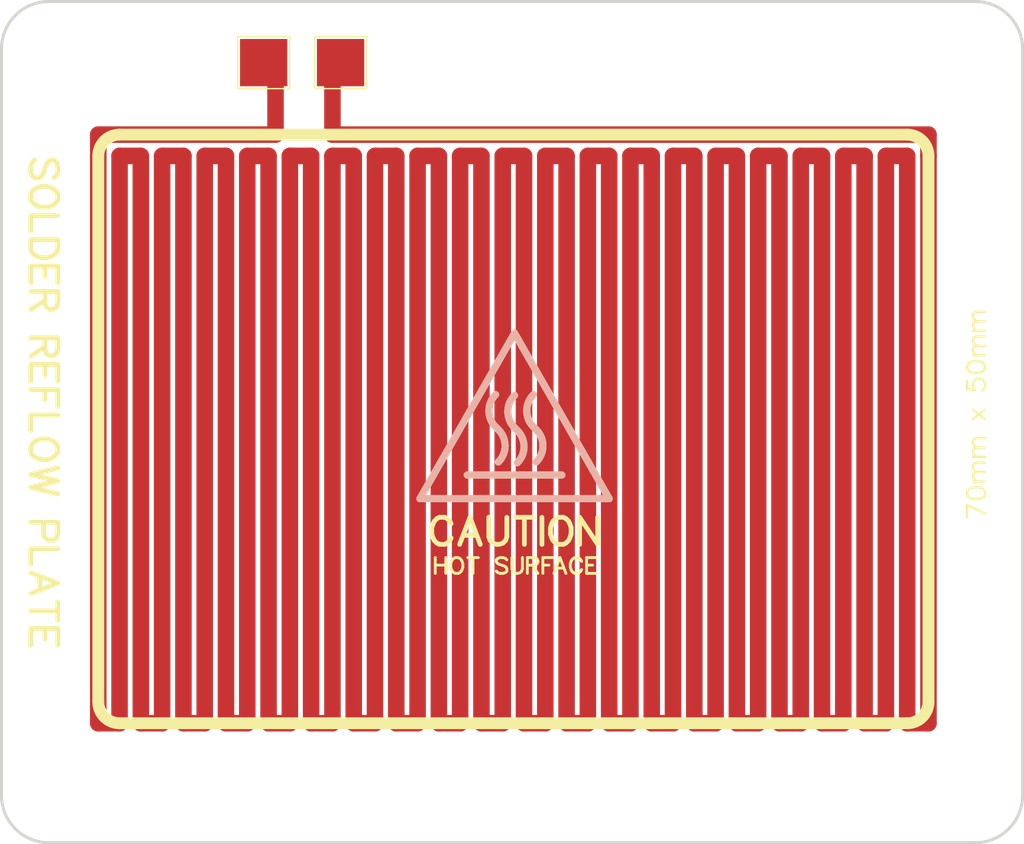
<source format=kicad_pcb>
(kicad_pcb (version 20211014) (generator pcbnew)
  (layers (0 "F.Cu" signal) (31 "B.Cu" signal) (34 "B.Paste" user) (35 "F.Paste" user) (36 "B.SilkS" user "B.Silkscreen") (37 "F.SilkS" user "F.Silkscreen") (38 "B.Mask" user) (39 "F.Mask" user) (44 "Edge.Cuts" user))
  (net 0 "")
  (footprint "MountingHole:MountingHole_3.2mm_M3" (layer "F.Cu") (at 124 53)
    (fp_text reference "REF**" hide)
    (fp_text value "MountingHole_3.2mm_M3")
    (pad "" np_thru_hole circle (at 0 0) (size 3.2 3.2) (drill 3.2) (layers *.Cu *.Mask))
  )
  (footprint "TestPoint:TestPoint_Pad_4.0x4.0mm" (layer "F.Cu") (at 72 52.5)
    (fp_text reference "REF**" hide)
    (fp_text value "TestPoint_Pad_4.0x4.0mm")
    (fp_line (start -2.2 2.2) (end -2.2 -2.2) (layer "F.SilkS") (width 0.12))
    (fp_line (start 2.2 -2.2) (end 2.2 2.2) (layer "F.SilkS") (width 0.12))
    (fp_line (start 2.2 2.2) (end -2.2 2.2) (layer "F.SilkS") (width 0.12))
    (fp_line (start -2.2 -2.2) (end 2.2 -2.2) (layer "F.SilkS") (width 0.12))
    (pad "1" smd rect (at 0 0) (size 4 4) (layers "F.Cu" "F.Mask"))
  )
  (footprint "TestPoint:TestPoint_Pad_4.0x4.0mm" (layer "F.Cu") (at 65.5 52.5)
    (fp_text reference "REF**" hide)
    (fp_text value "TestPoint_Pad_4.0x4.0mm")
    (fp_line (start 2.2 -2.2) (end 2.2 2.2) (layer "F.SilkS") (width 0.12))
    (fp_line (start -2.2 2.2) (end -2.2 -2.2) (layer "F.SilkS") (width 0.12))
    (fp_line (start 2.2 2.2) (end -2.2 2.2) (layer "F.SilkS") (width 0.12))
    (fp_line (start -2.2 -2.2) (end 2.2 -2.2) (layer "F.SilkS") (width 0.12))
    (pad "1" smd rect (at 0 0) (size 4 4) (layers "F.Cu" "F.Mask"))
  )
  (footprint "MountingHole:MountingHole_3.2mm_M3" (layer "F.Cu") (at 49 113)
    (fp_text reference "REF**" hide)
    (fp_text value "MountingHole_3.2mm_M3")
    (pad "" np_thru_hole circle (at 0 0) (size 3.2 3.2) (drill 3.2) (layers *.Cu *.Mask))
  )
  (footprint "MountingHole:MountingHole_3.2mm_M3" (layer "F.Cu") (at 124 113)
    (fp_text reference "REF**" hide)
    (fp_text value "MountingHole_3.2mm_M3")
    (pad "" np_thru_hole circle (at 0 0) (size 3.2 3.2) (drill 3.2) (layers *.Cu *.Mask))
  )
  (footprint "MountingHole:MountingHole_3.2mm_M3" (layer "F.Cu") (at 49 53)
    (fp_text reference "REF**" hide)
    (fp_text value "MountingHole_3.2mm_M3")
    (pad "" np_thru_hole circle (at 0 0) (size 3.2 3.2) (drill 3.2) (layers *.Cu *.Mask))
  )
  (gr_line (start 78.70999 89.38995) (end 94.71001 89.38995) (layer "B.SilkS") (width 0.6))
  (gr_arc (start 86.14437 82.02428) (mid 86.291387 81.285177) (end 86.710055 80.658595) (layer "B.SilkS") (width 0.6))
  (gr_arc (start 85.91006 84.92132) (mid 85.763041 85.660426) (end 85.34437 86.28701) (layer "B.SilkS") (width 0.6))
  (gr_arc (start 87.74432 81.95567) (mid 87.891336 81.216571) (end 88.310002 80.589992) (layer "B.SilkS") (width 0.6))
  (gr_arc (start 87.5101 84.98993) (mid 87.363084 85.729029) (end 86.944418 86.355608) (layer "B.SilkS") (width 0.6))
  (gr_arc (start 85.34437 83.55564) (mid 85.763037 84.182219) (end 85.910053 84.92132) (layer "B.SilkS") (width 0.6))
  (gr_line (start 86.71 75.39) (end 94.71001 89.38995) (layer "B.SilkS") (width 0.6))
  (gr_arc (start 84.54432 81.95567) (mid 84.691337 81.216567) (end 85.110005 80.589985) (layer "B.SilkS") (width 0.6))
  (gr_arc (start 88.54437 83.55564) (mid 88.963035 84.18222) (end 89.11005 84.92132) (layer "B.SilkS") (width 0.6))
  (gr_arc (start 85.11001 83.32135) (mid 84.691343 82.694771) (end 84.544327 81.95567) (layer "B.SilkS") (width 0.6))
  (gr_line (start 85.10998 83.32136) (end 85.34439 83.55565) (layer "B.SilkS") (width 0.6))
  (gr_arc (start 89.11005 84.92132) (mid 88.963033 85.660423) (end 88.544365 86.287005) (layer "B.SilkS") (width 0.6))
  (gr_arc (start 86.71005 83.38996) (mid 86.291385 82.76338) (end 86.14437 82.02428) (layer "B.SilkS") (width 0.6))
  (gr_arc (start 86.94442 83.62425) (mid 87.363087 84.250829) (end 87.510103 84.98993) (layer "B.SilkS") (width 0.6))
  (gr_line (start 88.30992 83.32136) (end 88.54431 83.55565) (layer "B.SilkS") (width 0.6))
  (gr_line (start 86.71 83.39001) (end 86.94441 83.62423) (layer "B.SilkS") (width 0.6))
  (gr_line (start 78.70999 89.38995) (end 86.71 75.39) (layer "B.SilkS") (width 0.6))
  (gr_arc (start 88.31 83.32135) (mid 87.891333 82.694771) (end 87.744317 81.95567) (layer "B.SilkS") (width 0.6))
  (gr_line (start 82.71001 87.38995) (end 90.71002 87.38995) (layer "B.SilkS") (width 0.6))
  (gr_line (start 125.48146 86.5632) (end 125.55512 86.41588) (layer "F.SilkS") (width 0.2))
  (gr_line (start 87.79428 94.37822) (end 87.79428 95.71426) (layer "F.SilkS") (width 0.24))
  (gr_line (start 92.80394 94.37822) (end 92.80394 95.71426) (layer "F.SilkS") (width 0.24))
  (gr_line (start 48.08971 61.71347) (end 48.08971 61.27659) (layer "F.SilkS") (width 0.4))
  (gr_line (start 125.55512 84.84616) (end 125.48146 84.70138) (layer "F.SilkS") (width 0.2))
  (gr_line (start 48.08971 100.37481) (end 45.79863 100.37481) (layer "F.SilkS") (width 0.4))
  (gr_line (start 46.34473 68.89151) (end 46.12629 68.78229) (layer "F.SilkS") (width 0.4))
  (gr_line (start 124.97346 78.18374) (end 124.97346 78.32852) (layer "F.SilkS") (width 0.2))
  (gr_line (start 89.10492 94.37822) (end 89.93296 94.37822) (layer "F.SilkS") (width 0.24))
  (gr_line (start 48.08971 98.89145) (end 45.79863 98.89145) (layer "F.SilkS") (width 0.4))
  (gr_line (start 125.77356 74.38898) (end 126.5 74.38898) (layer "F.SilkS") (width 0.2))
  (gr_line (start 85.935 95.65076) (end 85.7445 95.71426) (layer "F.SilkS") (width 0.24))
  (gr_line (start 125.55512 87.21598) (end 125.77356 87.14486) (layer "F.SilkS") (width 0.2))
  (gr_line (start 48.08971 71.85823) (end 48.08971 72.84121) (layer "F.SilkS") (width 0.4))
  (gr_line (start 47.21595 73.27555) (end 47.10673 73.16633) (layer "F.SilkS") (width 0.4))
  (gr_line (start 80.36541 90.96959) (end 80.14697 91.07881) (layer "F.SilkS") (width 0.4))
  (gr_arc (start 85.91159 84.92291) (mid 85.764572 85.662017) (end 85.3459 86.2886) (layer "F.SilkS") (width 0.6))
  (gr_line (start 81.57186 94.44172) (end 81.44486 94.56872) (layer "F.SilkS") (width 0.24))
  (gr_line (start 47.21595 60.94893) (end 47.10673 61.16737) (layer "F.SilkS") (width 0.4))
  (gr_line (start 48.08971 91.38575) (end 45.79863 91.38575) (layer "F.SilkS") (width 0.4))
  (gr_line (start 92.80394 95.71426) (end 93.62944 95.71426) (layer "F.SilkS") (width 0.24))
  (gr_line (start 81.95286 94.37822) (end 81.69886 94.37822) (layer "F.SilkS") (width 0.24))
  (gr_line (start 90.55016 94.37822) (end 90.03962 95.71426) (layer "F.SilkS") (width 0.24))
  (gr_line (start 48.08971 69.71955) (end 45.79863 69.71955) (layer "F.SilkS") (width 0.4))
  (gr_line (start 48.08971 87.89579) (end 45.79863 88.43935) (layer "F.SilkS") (width 0.4))
  (gr_line (start 85.3 95.65076) (end 85.173 95.52376) (layer "F.SilkS") (width 0.24))
  (gr_line (start 126.5 88.85936) (end 126.42634 88.64346) (layer "F.SilkS") (width 0.2))
  (gr_line (start 125.77356 77.2668) (end 125.55512 77.0509) (layer "F.SilkS") (width 0.2))
  (gr_line (start 89.74817 92.38691) (end 89.85739 92.71457) (layer "F.SilkS") (width 0.4))
  (gr_line (start 48.08971 78.03297) (end 48.08971 79.45029) (layer "F.SilkS") (width 0.4))
  (gr_line (start 91.6838 94.44172) (end 91.55426 94.56872) (layer "F.SilkS") (width 0.24))
  (gr_line (start 125.6999 79.31912) (end 125.91834 79.24546) (layer "F.SilkS") (width 0.2))
  (gr_line (start 88.62232 94.50522) (end 88.68582 94.63222) (layer "F.SilkS") (width 0.24))
  (gr_line (start 92.1918 94.44172) (end 92.0648 94.37822) (layer "F.SilkS") (width 0.24))
  (gr_line (start 80.36541 93.26067) (end 80.80229 93.26067) (layer "F.SilkS") (width 0.4))
  (gr_line (start 125.48146 76.68514) (end 125.55512 76.54036) (layer "F.SilkS") (width 0.2))
  (gr_line (start 46.34473 64.61415) (end 46.66985 64.72337) (layer "F.SilkS") (width 0.4))
  (gr_line (start 48.08971 69.71955) (end 48.08971 71.13941) (layer "F.SilkS") (width 0.4))
  (gr_line (start 81.02073 91.07881) (end 80.80229 90.96959) (layer "F.SilkS") (width 0.4))
  (gr_line (start 47.98049 84.77413) (end 47.76205 84.55569) (layer "F.SilkS") (width 0.4))
  (gr_line (start 45.90785 62.04113) (end 45.79863 61.71347) (layer "F.SilkS") (width 0.4))
  (gr_line (start 125.77356 73.58888) (end 126.5 73.58888) (layer "F.SilkS") (width 0.2))
  (gr_line (start 48.08971 96.53433) (end 45.79863 95.66311) (layer "F.SilkS") (width 0.4))
  (gr_line (start 47.21595 62.97839) (end 46.66985 62.97839) (layer "F.SilkS") (width 0.4))
  (gr_line (start 79.71263 91.84335) (end 79.71263 92.38691) (layer "F.SilkS") (width 0.4))
  (gr_line (start 46.66985 64.72337) (end 47.21595 64.72337) (layer "F.SilkS") (width 0.4))
  (gr_line (start 124.97346 89.00668) (end 125.04458 89.22512) (layer "F.SilkS") (width 0.2))
  (gr_line (start 89.10492 95.01576) (end 89.61546 95.01576) (layer "F.SilkS") (width 0.24))
  (gr_line (start 125.48146 79.68234) (end 125.55512 79.4639) (layer "F.SilkS") (width 0.2))
  (gr_line (start 85.4905 95.71426) (end 85.3 95.65076) (layer "F.SilkS") (width 0.24))
  (gr_line (start 125.62624 89.44356) (end 125.84468 89.44356) (layer "F.SilkS") (width 0.2))
  (gr_line (start 125.55512 84.33816) (end 125.77356 84.2645) (layer "F.SilkS") (width 0.2))
  (gr_line (start 92.21451 90.96959) (end 92.21451 93.26067) (layer "F.SilkS") (width 0.4))
  (gr_line (start 48.08971 75.78507) (end 48.08971 76.76805) (layer "F.SilkS") (width 0.4))
  (gr_line (start 125.84468 78.7654) (end 126.2079 78.69428) (layer "F.SilkS") (width 0.2))
  (gr_line (start 125.48146 77.2668) (end 126.5 77.2668) (layer "F.SilkS") (width 0.2))
  (gr_line (start 45.79863 85.42945) (end 45.90785 85.64789) (layer "F.SilkS") (width 0.4))
  (gr_line (start 82.71154 87.39154) (end 90.71155 87.39154) (layer "F.SilkS") (width 0.6))
  (gr_line (start 47.21595 64.72337) (end 47.54361 64.61415) (layer "F.SilkS") (width 0.4))
  (gr_line (start 82.39487 92.49613) (end 83.48707 92.49613) (layer "F.SilkS") (width 0.4))
  (gr_line (start 125.48146 86.78164) (end 125.48146 86.5632) (layer "F.SilkS") (width 0.2))
  (gr_line (start 46.12629 68.78229) (end 45.90785 68.56385) (layer "F.SilkS") (width 0.4))
  (gr_line (start 125.48146 82.6643) (end 126.5 81.8642) (layer "F.SilkS") (width 0.2))
  (gr_line (start 125.62624 78.7654) (end 125.84468 78.7654) (layer "F.SilkS") (width 0.2))
  (gr_line (start 92.0648 94.37822) (end 91.8108 94.37822) (layer "F.SilkS") (width 0.24))
  (gr_line (start 48.08971 67.47165) (end 45.79863 67.47165) (layer "F.SilkS") (width 0.4))
  (gr_line (start 46.66985 86.08477) (end 47.21595 86.08477) (layer "F.SilkS") (width 0.4))
  (gr_line (start 48.08971 91.38575) (end 48.08971 92.36619) (layer "F.SilkS") (width 0.4))
  (gr_line (start 47.98049 85.64789) (end 48.08971 85.42945) (layer "F.SilkS") (width 0.4))
  (gr_line (start 85.173 94.69826) (end 85.2365 94.82526) (layer "F.SilkS") (width 0.24))
  (gr_line (start 119.91161 58.5915) (end 53.31159 58.5915) (layer "F.SilkS") (width 1))
  (gr_line (start 46.99751 69.71955) (end 46.99751 70.59331) (layer "F.SilkS") (width 0.4))
  (gr_line (start 125.77356 87.94496) (end 125.55512 87.72652) (layer "F.SilkS") (width 0.2))
  (gr_line (start 46.34473 63.08761) (end 46.12629 63.19683) (layer "F.SilkS") (width 0.4))
  (gr_line (start 45.79863 93.63365) (end 45.79863 94.94175) (layer "F.SilkS") (width 0.4))
  (gr_line (start 125.55512 85.13572) (end 125.77356 85.0646) (layer "F.SilkS") (width 0.2))
  (gr_line (start 81.31786 95.20626) (end 81.38136 95.39676) (layer "F.SilkS") (width 0.24))
  (gr_line (start 46.88829 92.36619) (end 46.88829 91.38575) (layer "F.SilkS") (width 0.4))
  (gr_line (start 93.74105 90.96959) (end 93.74105 93.26067) (layer "F.SilkS") (width 0.4))
  (gr_arc (start 85.11154 83.32294) (mid 84.692873 82.696361) (end 84.545857 81.95726) (layer "F.SilkS") (width 0.6))
  (gr_line (start 88.68582 94.76176) (end 88.62232 94.88876) (layer "F.SilkS") (width 0.24))
  (gr_line (start 125.26302 88.49614) (end 125.04458 88.64346) (layer "F.SilkS") (width 0.2))
  (gr_line (start 79.92853 92.93301) (end 80.14697 93.15145) (layer "F.SilkS") (width 0.4))
  (gr_line (start 85.7445 94.37822) (end 85.4905 94.37822) (layer "F.SilkS") (width 0.24))
  (gr_line (start 46.99751 72.84121) (end 46.99751 71.85823) (layer "F.SilkS") (width 0.4))
  (gr_line (start 86.48364 95.33326) (end 86.54714 95.52376) (layer "F.SilkS") (width 0.24))
  (gr_line (start 46.99751 80.17165) (end 46.99751 81.04287) (layer "F.SilkS") (width 0.4))
  (gr_line (start 125.55512 77.0509) (end 125.48146 76.90358) (layer "F.SilkS") (width 0.2))
  (gr_line (start 47.76205 68.78229) (end 47.54361 68.89151) (layer "F.SilkS") (width 0.4))
  (gr_line (start 48.08971 87.89579) (end 45.79863 87.34969) (layer "F.SilkS") (width 0.4))
  (gr_line (start 86.54714 95.52376) (end 86.67414 95.65076) (layer "F.SilkS") (width 0.24))
  (gr_line (start 47.87127 77.20493) (end 47.65283 77.31415) (layer "F.SilkS") (width 0.4))
  (gr_line (start 125.77356 84.2645) (end 126.5 84.2645) (layer "F.SilkS") (width 0.2))
  (gr_line (start 125.84468 89.44356) (end 126.2079 89.3699) (layer "F.SilkS") (width 0.2))
  (gr_line (start 91.05627 91.07881) (end 90.83783 90.96959) (layer "F.SilkS") (width 0.4))
  (gr_line (start 81.31786 94.88876) (end 81.31786 95.20626) (layer "F.SilkS") (width 0.24))
  (gr_line (start 79.71263 92.38691) (end 79.82185 92.71457) (layer "F.SilkS") (width 0.4))
  (gr_line (start 125.48146 81.8642) (end 126.5 82.6643) (layer "F.SilkS") (width 0.2))
  (gr_line (start 87.54345 90.96959) (end 87.54345 93.26067) (layer "F.SilkS") (width 0.4))
  (gr_line (start 47.76205 85.86633) (end 47.98049 85.64789) (layer "F.SilkS") (width 0.4))
  (gr_line (start 126.06312 79.24546) (end 126.28156 79.31912) (layer "F.SilkS") (width 0.2))
  (gr_line (start 126.5 78.18374) (end 126.42634 77.9653) (layer "F.SilkS") (width 0.2))
  (gr_line (start 87.31168 95.52376) (end 87.37518 95.33326) (layer "F.SilkS") (width 0.24))
  (gr_line (start 47.98049 77.09571) (end 47.87127 77.20493) (layer "F.SilkS") (width 0.4))
  (gr_line (start 125.04458 89.22512) (end 125.26302 89.3699) (layer "F.SilkS") (width 0.2))
  (gr_line (start 82.7555 94.37822) (end 83.64704 94.37822) (layer "F.SilkS") (width 0.24))
  (gr_line (start 91.49315 92.38691) (end 91.49315 91.84335) (layer "F.SilkS") (width 0.4))
  (gr_line (start 125.55512 80.11922) (end 125.48146 79.90078) (layer "F.SilkS") (width 0.2))
  (gr_arc (start 53.31157 108.39155) (mid 52.038778 107.864342) (end 51.51157 106.59155) (layer "F.SilkS") (width 1))
  (gr_line (start 48.08971 96.53433) (end 45.79863 97.40809) (layer "F.SilkS") (width 0.4))
  (gr_line (start 81.23917 92.93301) (end 81.34839 92.71457) (layer "F.SilkS") (width 0.4))
  (gr_line (start 48.08971 71.85823) (end 45.79863 71.85823) (layer "F.SilkS") (width 0.4))
  (gr_line (start 126.42634 79.4639) (end 126.5 79.68234) (layer "F.SilkS") (width 0.2))
  (gr_line (start 90.40349 93.26067) (end 90.83783 93.26067) (layer "F.SilkS") (width 0.4))
  (gr_arc (start 87.51163 84.99152) (mid 87.364614 85.730619) (end 86.945948 86.357198) (layer "F.SilkS") (width 0.6))
  (gr_line (start 85.2365 94.82526) (end 85.3 94.88876) (layer "F.SilkS") (width 0.24))
  (gr_line (start 91.49076 94.69826) (end 91.42726 94.88876) (layer "F.SilkS") (width 0.24))
  (gr_line (start 125.77356 74.38898) (end 125.55512 74.17054) (layer "F.SilkS") (width 0.2))
  (gr_line (start 125.77356 87.14486) (end 126.5 87.14486) (layer "F.SilkS") (width 0.2))
  (gr_line (start 85.427 94.95226) (end 85.808 95.07926) (layer "F.SilkS") (width 0.24))
  (gr_line (start 81.38136 95.39676) (end 81.44486 95.52376) (layer "F.SilkS") (width 0.24))
  (gr_line (start 81.69886 94.37822) (end 81.57186 94.44172) (layer "F.SilkS") (width 0.24))
  (gr_line (start 92.0648 95.71426) (end 92.1918 95.65076) (layer "F.SilkS") (width 0.24))
  (gr_line (start 83.2 94.37822) (end 83.2 95.71426) (layer "F.SilkS") (width 0.24))
  (gr_line (start 47.98049 62.04113) (end 48.08971 61.71347) (layer "F.SilkS") (width 0.4))
  (gr_line (start 91.27471 92.93301) (end 91.38393 92.71457) (layer "F.SilkS") (width 0.4))
  (gr_line (start 125.55512 74.4601) (end 125.77356 74.38898) (layer "F.SilkS") (width 0.2))
  (gr_line (start 46.66985 62.97839) (end 46.34473 63.08761) (layer "F.SilkS") (width 0.4))
  (gr_line (start 89.10492 94.37822) (end 89.10492 95.71426) (layer "F.SilkS") (width 0.24))
  (gr_line (start 121.71158 106.59156) (end 121.71158 60.39152) (layer "F.SilkS") (width 1))
  (gr_line (start 85.935 94.44172) (end 85.7445 94.37822) (layer "F.SilkS") (width 0.24))
  (gr_line (start 125.48146 87.58174) (end 125.48146 87.3633) (layer "F.SilkS") (width 0.2))
  (gr_line (start 82.3364 94.88876) (end 82.27036 94.69826) (layer "F.SilkS") (width 0.24))
  (gr_line (start 89.85739 92.71457) (end 89.96661 92.93301) (layer "F.SilkS") (width 0.4))
  (gr_arc (start 119.91162 58.59152) (mid 121.184412 59.118728) (end 121.71162 60.39152) (layer "F.SilkS") (width 1))
  (gr_line (start 82.20686 95.52376) (end 82.27036 95.39676) (layer "F.SilkS") (width 0.24))
  (gr_line (start 46.99751 100.37481) (end 46.99751 101.24857) (layer "F.SilkS") (width 0.4))
  (gr_line (start 48.08971 65.44473) (end 45.79863 65.44473) (layer "F.SilkS") (width 0.4))
  (gr_line (start 85.935 95.14276) (end 85.9985 95.20626) (layer "F.SilkS") (width 0.24))
  (gr_line (start 90.23012 95.26976) (end 90.86766 95.26976) (layer "F.SilkS") (width 0.24))
  (gr_arc (start 84.54585 81.95726) (mid 84.692867 81.218157) (end 85.111535 80.591575) (layer "F.SilkS") (width 0.6))
  (gr_line (start 91.6838 95.65076) (end 91.8108 95.71426) (layer "F.SilkS") (width 0.24))
  (gr_line (start 48.08971 80.17165) (end 48.08971 81.58897) (layer "F.SilkS") (width 0.4))
  (gr_line (start 45.79863 63.63371) (end 45.79863 64.06805) (layer "F.SilkS") (width 0.4))
  (gr_line (start 45.79863 65.44473) (end 45.79863 66.75283) (layer "F.SilkS") (width 0.4))
  (gr_line (start 86.06009 92.60535) (end 86.06009 90.96959) (layer "F.SilkS") (width 0.4))
  (gr_line (start 48.08971 85.42945) (end 48.08971 84.99257) (layer "F.SilkS") (width 0.4))
  (gr_line (start 125.48146 74.02322) (end 125.48146 73.80732) (layer "F.SilkS") (width 0.2))
  (gr_line (start 125.48146 85.28304) (end 125.55512 85.13572) (layer "F.SilkS") (width 0.2))
  (gr_line (start 47.87127 73.27555) (end 47.65283 73.38477) (layer "F.SilkS") (width 0.4))
  (gr_line (start 85.40731 93.26067) (end 85.73243 93.15145) (layer "F.SilkS") (width 0.4))
  (gr_line (start 86.48364 94.37822) (end 86.48364 95.33326) (layer "F.SilkS") (width 0.24))
  (gr_line (start 125.26302 77.82052) (end 125.04458 77.9653) (layer "F.SilkS") (width 0.2))
  (gr_line (start 125.55512 85.64626) (end 125.48146 85.50148) (layer "F.SilkS") (width 0.2))
  (gr_line (start 125.62624 88.42502) (end 125.26302 88.49614) (layer "F.SilkS") (width 0.2))
  (gr_line (start 48.08971 76.76805) (end 47.98049 77.09571) (layer "F.SilkS") (width 0.4))
  (gr_line (start 124.97346 80.11922) (end 125.62624 80.19034) (layer "F.SilkS") (width 0.2))
  (gr_line (start 47.10673 77.09571) (end 46.99751 76.76805) (layer "F.SilkS") (width 0.4))
  (gr_line (start 46.66985 62.15035) (end 46.45395 62.25957) (layer "F.SilkS") (width 0.4))
  (gr_line (start 125.48146 87.94496) (end 126.5 87.94496) (layer "F.SilkS") (width 0.2))
  (gr_line (start 91.38393 91.51569) (end 91.27471 91.29725) (layer "F.SilkS") (width 0.4))
  (gr_line (start 88.55882 94.44172) (end 88.62232 94.50522) (layer "F.SilkS") (width 0.24))
  (gr_line (start 47.54361 68.89151) (end 47.21595 69.00073) (layer "F.SilkS") (width 0.4))
  (gr_line (start 47.98049 73.16633) (end 47.87127 73.27555) (layer "F.SilkS") (width 0.4))
  (gr_line (start 45.79863 78.03297) (end 45.79863 79.45029) (layer "F.SilkS") (width 0.4))
  (gr_line (start 79.82185 92.71457) (end 79.92853 92.93301) (layer "F.SilkS") (width 0.4))
  (gr_line (start 125.48146 76.10348) (end 125.48146 75.88504) (layer "F.SilkS") (width 0.2))
  (gr_line (start 88.36578 94.37822) (end 88.55882 94.44172) (layer "F.SilkS") (width 0.24))
  (gr_line (start 92.3188 95.52376) (end 92.3823 95.39676) (layer "F.SilkS") (width 0.24))
  (gr_line (start 87.79428 94.37822) (end 88.36578 94.37822) (layer "F.SilkS") (width 0.24))
  (gr_line (start 90.40349 90.96959) (end 90.18505 91.07881) (layer "F.SilkS") (width 0.4))
  (gr_line (start 86.67414 95.65076) (end 86.86464 95.71426) (layer "F.SilkS") (width 0.24))
  (gr_line (start 125.48146 84.48294) (end 125.55512 84.33816) (layer "F.SilkS") (width 0.2))
  (gr_line (start 46.12629 63.19683) (end 45.90785 63.41527) (layer "F.SilkS") (width 0.4))
  (gr_line (start 48.08971 67.47165) (end 48.08971 68.23619) (layer "F.SilkS") (width 0.4))
  (gr_line (start 125.48146 75.18908) (end 126.5 75.18908) (layer "F.SilkS") (width 0.2))
  (gr_line (start 84.53355 92.60535) (end 84.64277 92.93301) (layer "F.SilkS") (width 0.4))
  (gr_line (start 45.90785 64.28649) (end 46.12629 64.50493) (layer "F.SilkS") (width 0.4))
  (gr_line (start 47.54361 85.97555) (end 47.76205 85.86633) (layer "F.SilkS") (width 0.4))
  (gr_line (start 125.55512 74.97064) (end 125.48146 74.82332) (layer "F.SilkS") (width 0.2))
  (gr_line (start 88.62232 94.88876) (end 88.55882 94.95226) (layer "F.SilkS") (width 0.24))
  (gr_line (start 89.74817 91.84335) (end 89.74817 92.38691) (layer "F.SilkS") (width 0.4))
  (gr_line (start 47.54361 60.73049) (end 47.32517 60.83971) (layer "F.SilkS") (width 0.4))
  (gr_line (start 86.06454 94.56872) (end 85.935 94.44172) (layer "F.SilkS") (width 0.24))
  (gr_line (start 89.85739 91.51569) (end 89.74817 91.84335) (layer "F.SilkS") (width 0.4))
  (gr_line (start 91.27471 91.29725) (end 91.05627 91.07881) (layer "F.SilkS") (width 0.4))
  (gr_line (start 86.06454 95.52376) (end 85.935 95.65076) (layer "F.SilkS") (width 0.24))
  (gr_line (start 125.48146 74.60488) (end 125.55512 74.4601) (layer "F.SilkS") (width 0.2))
  (gr_line (start 124.97346 79.39278) (end 124.97346 80.11922) (layer "F.SilkS") (width 0.2))
  (gr_line (start 46.12629 62.25957) (end 45.90785 62.04113) (layer "F.SilkS") (width 0.4))
  (gr_line (start 90.83783 93.26067) (end 91.05627 93.15145) (layer "F.SilkS") (width 0.4))
  (gr_line (start 81.44486 95.52376) (end 81.57186 95.65076) (layer "F.SilkS") (width 0.24))
  (gr_line (start 45.90785 60.94893) (end 46.12629 60.73049) (layer "F.SilkS") (width 0.4))
  (gr_line (start 84.53355 90.96959) (end 84.53355 92.60535) (layer "F.SilkS") (width 0.4))
  (gr_line (start 86.06454 95.33326) (end 86.06454 95.52376) (layer "F.SilkS") (width 0.24))
  (gr_line (start 45.79863 84.99257) (end 45.79863 85.42945) (layer "F.SilkS") (width 0.4))
  (gr_line (start 124.97346 90.93962) (end 124.97346 89.92362) (layer "F.SilkS") (width 0.2))
  (gr_line (start 48.08971 100.37481) (end 48.08971 101.79213) (layer "F.SilkS") (width 0.4))
  (gr_line (start 125.55512 87.72652) (end 125.48146 87.58174) (layer "F.SilkS") (width 0.2))
  (gr_line (start 47.98049 64.28649) (end 48.08971 64.06805) (layer "F.SilkS") (width 0.4))
  (gr_line (start 125.55512 79.4639) (end 125.6999 79.31912) (layer "F.SilkS") (width 0.2))
  (gr_line (start 47.98049 60.94893) (end 47.76205 60.73049) (layer "F.SilkS") (width 0.4))
  (gr_arc (start 86.94595 83.62584) (mid 87.364617 84.252419) (end 87.511633 84.99152) (layer "F.SilkS") (width 0.6))
  (gr_line (start 126.28156 79.31912) (end 126.42634 79.4639) (layer "F.SilkS") (width 0.2))
  (gr_line (start 81.95286 95.71426) (end 82.07986 95.65076) (layer "F.SilkS") (width 0.24))
  (gr_line (start 45.90785 85.64789) (end 46.12629 85.86633) (layer "F.SilkS") (width 0.4))
  (gr_line (start 125.48146 87.3633) (end 125.55512 87.21598) (layer "F.SilkS") (width 0.2))
  (gr_line (start 46.99751 76.76805) (end 46.99751 75.78507) (layer "F.SilkS") (width 0.4))
  (gr_line (start 48.08971 78.03297) (end 45.79863 78.03297) (layer "F.SilkS") (width 0.4))
  (gr_line (start 126.42634 88.64346) (end 126.2079 88.49614) (layer "F.SilkS") (width 0.2))
  (gr_line (start 47.43439 77.31415) (end 47.21595 77.20493) (layer "F.SilkS") (width 0.4))
  (gr_arc (start 85.3459 83.55723) (mid 85.764567 84.183809) (end 85.911583 84.92291) (layer "F.SilkS") (width 0.6))
  (gr_line (start 47.76205 84.55569) (end 47.54361 84.44647) (layer "F.SilkS") (width 0.4))
  (gr_line (start 81.23917 91.29725) (end 81.02073 91.07881) (layer "F.SilkS") (width 0.4))
  (gr_arc (start 88.31153 83.32294) (mid 87.892863 82.696361) (end 87.745847 81.95726) (layer "F.SilkS") (width 0.6))
  (gr_line (start 47.21595 84.33725) (end 46.66985 84.33725) (layer "F.SilkS") (width 0.4))
  (gr_line (start 80.14697 91.07881) (end 79.92853 91.29725) (layer "F.SilkS") (width 0.4))
  (gr_line (start 125.77356 76.4667) (end 126.5 76.4667) (layer "F.SilkS") (width 0.2))
  (gr_line (start 88.23878 95.01576) (end 88.68582 95.71426) (layer "F.SilkS") (width 0.24))
  (gr_line (start 45.79863 69.71955) (end 45.79863 71.13941) (layer "F.SilkS") (width 0.4))
  (gr_line (start 124.97346 88.85936) (end 124.97346 89.00668) (layer "F.SilkS") (width 0.2))
  (gr_line (start 48.08971 64.06805) (end 48.08971 63.63371) (layer "F.SilkS") (width 0.4))
  (gr_line (start 91.8108 94.37822) (end 91.6838 94.44172) (layer "F.SilkS") (width 0.24))
  (gr_line (start 125.55512 73.66) (end 125.77356 73.58888) (layer "F.SilkS") (width 0.2))
  (gr_line (start 88.31145 83.32295) (end 88.54584 83.55724) (layer "F.SilkS") (width 0.6))
  (gr_line (start 47.10673 73.16633) (end 46.99751 72.84121) (layer "F.SilkS") (width 0.4))
  (gr_line (start 45.79863 100.37481) (end 45.79863 101.79213) (layer "F.SilkS") (width 0.4))
  (gr_line (start 47.76205 60.73049) (end 47.54361 60.73049) (layer "F.SilkS") (width 0.4))
  (gr_line (start 48.08971 93.63365) (end 45.79863 93.63365) (layer "F.SilkS") (width 0.4))
  (gr_line (start 126.5 78.32852) (end 126.5 78.18374) (layer "F.SilkS") (width 0.2))
  (gr_line (start 125.62624 80.19034) (end 125.55512 80.11922) (layer "F.SilkS") (width 0.2))
  (gr_line (start 125.04458 77.9653) (end 124.97346 78.18374) (layer "F.SilkS") (width 0.2))
  (gr_line (start 47.21595 86.08477) (end 47.54361 85.97555) (layer "F.SilkS") (width 0.4))
  (gr_line (start 91.55426 94.56872) (end 91.49076 94.69826) (layer "F.SilkS") (width 0.24))
  (gr_line (start 47.21595 69.00073) (end 46.66985 69.00073) (layer "F.SilkS") (width 0.4))
  (gr_line (start 125.77356 85.0646) (end 126.5 85.0646) (layer "F.SilkS") (width 0.2))
  (gr_line (start 125.91834 79.24546) (end 126.06312 79.24546) (layer "F.SilkS") (width 0.2))
  (gr_line (start 80.00722 94.37822) (end 80.00722 95.71426) (layer "F.SilkS") (width 0.24))
  (gr_arc (start 51.51158 60.39152) (mid 52.038785 59.118735) (end 53.31157 58.59153) (layer "F.SilkS") (width 1))
  (gr_line (start 125.77356 75.66914) (end 126.5 75.66914) (layer "F.SilkS") (width 0.2))
  (gr_line (start 124.97346 89.92362) (end 126.5 90.65006) (layer "F.SilkS") (width 0.2))
  (gr_line (start 46.34473 85.97555) (end 46.66985 86.08477) (layer "F.SilkS") (width 0.4))
  (gr_line (start 85.11151 83.32295) (end 85.34592 83.55724) (layer "F.SilkS") (width 0.6))
  (gr_line (start 126.5 89.00668) (end 126.5 88.85936) (layer "F.SilkS") (width 0.2))
  (gr_line (start 48.08971 98.12691) (end 48.08971 99.65345) (layer "F.SilkS") (width 0.4))
  (gr_line (start 80.89622 94.37822) (end 80.89622 95.71426) (layer "F.SilkS") (width 0.24))
  (gr_arc (start 88.5459 83.55723) (mid 88.964565 84.18381) (end 89.11158 84.92291) (layer "F.SilkS") (width 0.6))
  (gr_line (start 82.94097 90.96959) (end 83.81219 93.26067) (layer "F.SilkS") (width 0.4))
  (gr_line (start 47.10673 61.16737) (end 46.88829 61.82269) (layer "F.SilkS") (width 0.4))
  (gr_line (start 82.07986 94.44172) (end 81.95286 94.37822) (layer "F.SilkS") (width 0.24))
  (gr_line (start 85.808 95.07926) (end 85.935 95.14276) (layer "F.SilkS") (width 0.24))
  (gr_line (start 86.71153 75.39159) (end 94.71154 89.39154) (layer "F.SilkS") (width 0.6))
  (gr_line (start 126.42634 89.22512) (end 126.5 89.00668) (layer "F.SilkS") (width 0.2))
  (gr_line (start 84.64277 92.93301) (end 84.86121 93.15145) (layer "F.SilkS") (width 0.4))
  (gr_line (start 47.21595 77.20493) (end 47.10673 77.09571) (layer "F.SilkS") (width 0.4))
  (gr_line (start 88.36578 95.01576) (end 87.79428 95.01576) (layer "F.SilkS") (width 0.24))
  (gr_line (start 48.08971 72.84121) (end 47.98049 73.16633) (layer "F.SilkS") (width 0.4))
  (gr_line (start 81.57186 95.65076) (end 81.69886 95.71426) (layer "F.SilkS") (width 0.24))
  (gr_line (start 125.77356 86.34476) (end 126.5 86.34476) (layer "F.SilkS") (width 0.2))
  (gr_line (start 45.79863 82.31033) (end 45.79863 83.61843) (layer "F.SilkS") (width 0.4))
  (gr_line (start 91.49076 95.39676) (end 91.55426 95.52376) (layer "F.SilkS") (width 0.24))
  (gr_line (start 47.76205 64.50493) (end 47.98049 64.28649) (layer "F.SilkS") (width 0.4))
  (gr_line (start 82.94097 90.96959) (end 82.06721 93.26067) (layer "F.SilkS") (width 0.4))
  (gr_line (start 87.18214 95.65076) (end 87.31168 95.52376) (layer "F.SilkS") (width 0.24))
  (gr_line (start 125.77356 85.8647) (end 125.55512 85.64626) (layer "F.SilkS") (width 0.2))
  (gr_line (start 125.55512 75.74026) (end 125.77356 75.66914) (layer "F.SilkS") (width 0.2))
  (gr_line (start 91.55426 95.52376) (end 91.6838 95.65076) (layer "F.SilkS") (width 0.24))
  (gr_line (start 80.14697 93.15145) (end 80.36541 93.26067) (layer "F.SilkS") (width 0.4))
  (gr_line (start 82.27036 94.69826) (end 82.20686 94.56872) (layer "F.SilkS") (width 0.24))
  (gr_arc (start 87.74585 81.95726) (mid 87.892866 81.218161) (end 88.311532 80.591582) (layer "F.SilkS") (width 0.6))
  (gr_line (start 47.43439 73.38477) (end 47.21595 73.27555) (layer "F.SilkS") (width 0.4))
  (gr_line (start 125.84468 77.74686) (end 125.62624 77.74686) (layer "F.SilkS") (width 0.2))
  (gr_line (start 47.76205 63.19683) (end 47.54361 63.08761) (layer "F.SilkS") (width 0.4))
  (gr_line (start 125.48146 76.90358) (end 125.48146 76.68514) (layer "F.SilkS") (width 0.2))
  (gr_line (start 81.38136 94.69826) (end 81.31786 94.88876) (layer "F.SilkS") (width 0.24))
  (gr_line (start 125.48146 79.90078) (end 125.48146 79.68234) (layer "F.SilkS") (width 0.2))
  (gr_line (start 47.76205 62.25957) (end 47.98049 62.04113) (layer "F.SilkS") (width 0.4))
  (gr_line (start 46.12629 84.55569) (end 45.90785 84.77413) (layer "F.SilkS") (width 0.4))
  (gr_line (start 80.80229 93.26067) (end 81.02073 93.15145) (layer "F.SilkS") (width 0.4))
  (gr_line (start 81.02073 93.15145) (end 81.23917 92.93301) (layer "F.SilkS") (width 0.4))
  (gr_line (start 46.99751 76.54961) (end 45.79863 77.31415) (layer "F.SilkS") (width 0.4))
  (gr_line (start 45.90785 84.77413) (end 45.79863 84.99257) (layer "F.SilkS") (width 0.4))
  (gr_line (start 85.3 94.44172) (end 85.173 94.56872) (layer "F.SilkS") (width 0.24))
  (gr_line (start 92.1918 95.65076) (end 92.3188 95.52376) (layer "F.SilkS") (width 0.24))
  (gr_line (start 45.90785 68.56385) (end 45.79863 68.23619) (layer "F.SilkS") (width 0.4))
  (gr_arc (start 89.11158 84.92291) (mid 88.964563 85.662013) (end 88.545895 86.288595) (layer "F.SilkS") (width 0.6))
  (gr_line (start 47.32517 60.83971) (end 47.21595 60.94893) (layer "F.SilkS") (width 0.4))
  (gr_line (start 124.97346 78.32852) (end 125.04458 78.54696) (layer "F.SilkS") (width 0.2))
  (gr_line (start 85.95087 92.93301) (end 86.06009 92.60535) (layer "F.SilkS") (width 0.4))
  (gr_line (start 85.7445 95.71426) (end 85.4905 95.71426) (layer "F.SilkS") (width 0.24))
  (gr_line (start 48.08971 88.98545) (end 45.79863 88.43935) (layer "F.SilkS") (width 0.4))
  (gr_line (start 81.34839 91.51569) (end 81.23917 91.29725) (layer "F.SilkS") (width 0.4))
  (gr_line (start 46.88829 61.82269) (end 46.77907 62.04113) (layer "F.SilkS") (width 0.4))
  (gr_line (start 88.55882 94.95226) (end 88.36578 95.01576) (layer "F.SilkS") (width 0.24))
  (gr_line (start 48.08971 68.23619) (end 47.98049 68.56385) (layer "F.SilkS") (width 0.4))
  (gr_line (start 125.04458 88.64346) (end 124.97346 88.85936) (layer "F.SilkS") (width 0.2))
  (gr_line (start 86.71153 83.3916) (end 86.94594 83.62582) (layer "F.SilkS") (width 0.6))
  (gr_line (start 81.69886 95.71426) (end 81.95286 95.71426) (layer "F.SilkS") (width 0.24))
  (gr_line (start 79.92853 91.29725) (end 79.82185 91.51569) (layer "F.SilkS") (width 0.4))
  (gr_line (start 92.3188 94.56872) (end 92.1918 94.44172) (layer "F.SilkS") (width 0.24))
  (gr_line (start 82.07986 95.65076) (end 82.20686 95.52376) (layer "F.SilkS") (width 0.24))
  (gr_line (start 46.45395 62.25957) (end 46.12629 62.25957) (layer "F.SilkS") (width 0.4))
  (gr_line (start 125.48146 85.50148) (end 125.48146 85.28304) (layer "F.SilkS") (width 0.2))
  (gr_line (start 125.48146 75.88504) (end 125.55512 75.74026) (layer "F.SilkS") (width 0.2))
  (gr_line (start 126.5 79.90078) (end 126.42634 80.11922) (layer "F.SilkS") (width 0.2))
  (gr_line (start 86.78145 90.96959) (end 88.30799 90.96959) (layer "F.SilkS") (width 0.4))
  (gr_line (start 45.79863 64.06805) (end 45.90785 64.28649) (layer "F.SilkS") (width 0.4))
  (gr_line (start 125.77356 85.0646) (end 125.55512 84.84616) (layer "F.SilkS") (width 0.2))
  (gr_line (start 46.99751 92.69385) (end 46.88829 92.36619) (layer "F.SilkS") (width 0.4))
  (gr_line (start 126.2079 89.3699) (end 126.42634 89.22512) (layer "F.SilkS") (width 0.2))
  (gr_arc (start 86.71158 83.39155) (mid 86.292915 82.76497) (end 86.1459 82.02587) (layer "F.SilkS") (width 0.6))
  (gr_line (start 47.10673 92.80307) (end 46.99751 92.69385) (layer "F.SilkS") (width 0.4))
  (gr_line (start 125.84468 88.42502) (end 125.62624 88.42502) (layer "F.SilkS") (width 0.2))
  (gr_line (start 125.48146 85.8647) (end 126.5 85.8647) (layer "F.SilkS") (width 0.2))
  (gr_line (start 90.18505 93.15145) (end 90.40349 93.26067) (layer "F.SilkS") (width 0.4))
  (gr_line (start 125.26302 89.3699) (end 125.62624 89.44356) (layer "F.SilkS") (width 0.2))
  (gr_line (start 48.08971 82.31033) (end 45.79863 82.31033) (layer "F.SilkS") (width 0.4))
  (gr_line (start 125.48146 84.70138) (end 125.48146 84.48294) (layer "F.SilkS") (width 0.2))
  (gr_line (start 85.9985 95.20626) (end 86.06454 95.33326) (layer "F.SilkS") (width 0.24))
  (gr_line (start 84.86121 93.15145) (end 85.18887 93.26067) (layer "F.SilkS") (width 0.4))
  (gr_line (start 87.37518 95.33326) (end 87.37518 94.37822) (layer "F.SilkS") (width 0.24))
  (gr_line (start 126.42634 78.54696) (end 126.5 78.32852) (layer "F.SilkS") (width 0.2))
  (gr_line (start 85.173 94.56872) (end 85.173 94.69826) (layer "F.SilkS") (width 0.24))
  (gr_line (start 78.71152 89.39154) (end 86.71153 75.39159) (layer "F.SilkS") (width 0.6))
  (gr_line (start 125.55512 76.2508) (end 125.48146 76.10348) (layer "F.SilkS") (width 0.2))
  (gr_line (start 82.27036 95.39676) (end 82.3364 95.20626) (layer "F.SilkS") (width 0.24))
  (gr_line (start 125.04458 78.54696) (end 125.26302 78.69428) (layer "F.SilkS") (width 0.2))
  (gr_line (start 53.31159 108.3915) (end 119.91161 108.3915) (layer "F.SilkS") (width 1))
  (gr_line (start 125.48146 73.80732) (end 125.55512 73.66) (layer "F.SilkS") (width 0.2))
  (gr_line (start 48.08971 80.17165) (end 45.79863 80.17165) (layer "F.SilkS") (width 0.4))
  (gr_line (start 91.8108 95.71426) (end 92.0648 95.71426) (layer "F.SilkS") (width 0.24))
  (gr_line (start 47.54361 64.61415) (end 47.76205 64.50493) (layer "F.SilkS") (width 0.4))
  (gr_line (start 88.68582 94.63222) (end 88.68582 94.76176) (layer "F.SilkS") (width 0.24))
  (gr_line (start 46.99751 78.03297) (end 46.99751 78.90673) (layer "F.SilkS") (width 0.4))
  (gr_line (start 125.26302 78.69428) (end 125.62624 78.7654) (layer "F.SilkS") (width 0.2))
  (gr_line (start 126.2079 77.82052) (end 125.84468 77.74686) (layer "F.SilkS") (width 0.2))
  (gr_line (start 47.65283 92.91229) (end 47.32517 92.91229) (layer "F.SilkS") (width 0.4))
  (gr_line (start 78.71152 89.39154) (end 94.71154 89.39154) (layer "F.SilkS") (width 0.6))
  (gr_line (start 47.65283 73.38477) (end 47.43439 73.38477) (layer "F.SilkS") (width 0.4))
  (gr_line (start 48.08971 61.27659) (end 47.98049 60.94893) (layer "F.SilkS") (width 0.4))
  (gr_line (start 46.56317 95.98823) (end 46.56317 97.08043) (layer "F.SilkS") (width 0.4))
  (gr_line (start 45.90785 63.41527) (end 45.79863 63.63371) (layer "F.SilkS") (width 0.4))
  (gr_line (start 125.77356 87.14486) (end 125.55512 86.92642) (layer "F.SilkS") (width 0.2))
  (gr_line (start 90.83783 90.96959) (end 90.40349 90.96959) (layer "F.SilkS") (width 0.4))
  (gr_line (start 47.98049 63.41527) (end 47.76205 63.19683) (layer "F.SilkS") (width 0.4))
  (gr_line (start 91.42726 95.20626) (end 91.49076 95.39676) (layer "F.SilkS") (width 0.24))
  (gr_line (start 47.98049 68.56385) (end 47.76205 68.78229) (layer "F.SilkS") (width 0.4))
  (gr_line (start 47.98049 92.69385) (end 47.87127 92.80307) (layer "F.SilkS") (width 0.4))
  (gr_line (start 46.99751 72.62277) (end 45.79863 73.38477) (layer "F.SilkS") (width 0.4))
  (gr_line (start 48.08971 92.36619) (end 47.98049 92.69385) (layer "F.SilkS") (width 0.4))
  (gr_line (start 92.80394 94.37822) (end 93.62944 94.37822) (layer "F.SilkS") (width 0.24))
  (gr_line (start 92.80394 95.01576) (end 93.31194 95.01576) (layer "F.SilkS") (width 0.24))
  (gr_line (start 125.62624 77.74686) (end 125.26302 77.82052) (layer "F.SilkS") (width 0.2))
  (gr_line (start 125.77356 75.18908) (end 125.55512 74.97064) (layer "F.SilkS") (width 0.2))
  (gr_line (start 126.2079 88.49614) (end 125.84468 88.42502) (layer "F.SilkS") (width 0.2))
  (gr_line (start 126.2079 78.69428) (end 126.42634 78.54696) (layer "F.SilkS") (width 0.2))
  (gr_line (start 47.87127 92.80307) (end 47.65283 92.91229) (layer "F.SilkS") (width 0.4))
  (gr_line (start 46.12629 85.86633) (end 46.34473 85.97555) (layer "F.SilkS") (width 0.4))
  (gr_line (start 126.35522 80.19034) (end 126.2079 80.264) (layer "F.SilkS") (width 0.2))
  (gr_line (start 92.21451 90.96959) (end 93.74105 93.26067) (layer "F.SilkS") (width 0.4))
  (gr_line (start 46.34473 84.44647) (end 46.12629 84.55569) (layer "F.SilkS") (width 0.4))
  (gr_line (start 85.73243 93.15145) (end 85.95087 92.93301) (layer "F.SilkS") (width 0.4))
  (gr_line (start 86.86464 95.71426) (end 86.99164 95.71426) (layer "F.SilkS") (width 0.24))
  (gr_line (start 45.79863 61.71347) (end 45.79863 61.27659) (layer "F.SilkS") (width 0.4))
  (gr_line (start 81.44486 94.56872) (end 81.38136 94.69826) (layer "F.SilkS") (width 0.24))
  (gr_line (start 80.80229 90.96959) (end 80.36541 90.96959) (layer "F.SilkS") (width 0.4))
  (gr_arc (start 86.1459 82.02587) (mid 86.292917 81.286767) (end 86.711585 80.660185) (layer "F.SilkS") (width 0.6))
  (gr_line (start 90.55016 94.37822) (end 91.05816 95.71426) (layer "F.SilkS") (width 0.24))
  (gr_line (start 125.48146 74.82332) (end 125.48146 74.60488) (layer "F.SilkS") (width 0.2))
  (gr_line (start 125.77356 76.4667) (end 125.55512 76.2508) (layer "F.SilkS") (width 0.2))
  (gr_line (start 126.5 79.68234) (end 126.5 79.90078) (layer "F.SilkS") (width 0.2))
  (gr_line (start 89.96661 91.29725) (end 89.85739 91.51569) (layer "F.SilkS") (width 0.4))
  (gr_line (start 86.99164 95.71426) (end 87.18214 95.65076) (layer "F.SilkS") (width 0.24))
  (gr_line (start 46.66985 84.33725) (end 46.34473 84.44647) (layer "F.SilkS") (width 0.4))
  (gr_line (start 126.42634 77.9653) (end 126.2079 77.82052) (layer "F.SilkS") (width 0.2))
  (gr_line (start 85.3 94.88876) (end 85.427 94.95226) (layer "F.SilkS") (width 0.24))
  (gr_line (start 48.08971 84.99257) (end 47.98049 84.77413) (layer "F.SilkS") (width 0.4))
  (gr_line (start 46.12629 64.50493) (end 46.34473 64.61415) (layer "F.SilkS") (width 0.4))
  (gr_line (start 46.66985 69.00073) (end 46.34473 68.89151) (layer "F.SilkS") (width 0.4))
  (gr_line (start 45.79863 61.27659) (end 45.90785 60.94893) (layer "F.SilkS") (width 0.4))
  (gr_line (start 91.05627 93.15145) (end 91.27471 92.93301) (layer "F.SilkS") (width 0.4))
  (gr_line (start 47.54361 84.44647) (end 47.21595 84.33725) (layer "F.SilkS") (width 0.4))
  (gr_line (start 48.08971 63.63371) (end 47.98049 63.41527) (layer "F.SilkS") (width 0.4))
  (gr_arc (start 121.71162 106.59155) (mid 121.184412 107.864342) (end 119.91162 108.39155) (layer "F.SilkS") (width 1))
  (gr_line (start 90.18505 91.07881) (end 89.96661 91.29725) (layer "F.SilkS") (width 0.4))
  (gr_line (start 91.42726 94.88876) (end 91.42726 95.20626) (layer "F.SilkS") (width 0.24))
  (gr_line (start 126.42634 80.11922) (end 126.35522 80.19034) (layer "F.SilkS") (width 0.2))
  (gr_line (start 85.18887 93.26067) (end 85.40731 93.26067) (layer "F.SilkS") (width 0.4))
  (gr_line (start 91.49315 91.84335) (end 91.38393 91.51569) (layer "F.SilkS") (width 0.4))
  (gr_line (start 80.00722 95.01576) (end 80.89622 95.01576) (layer "F.SilkS") (width 0.24))
  (gr_line (start 47.32517 92.91229) (end 47.10673 92.80307) (layer "F.SilkS") (width 0.4))
  (gr_line (start 125.55512 74.17054) (end 125.48146 74.02322) (layer "F.SilkS") (width 0.2))
  (gr_line (start 82.20686 94.56872) (end 82.07986 94.44172) (layer "F.SilkS") (width 0.24))
  (gr_line (start 125.55512 86.41588) (end 125.77356 86.34476) (layer "F.SilkS") (width 0.2))
  (gr_line (start 48.08971 75.78507) (end 45.79863 75.78507) (layer "F.SilkS") (width 0.4))
  (gr_line (start 85.4905 94.37822) (end 85.3 94.44172) (layer "F.SilkS") (width 0.24))
  (gr_line (start 91.38393 92.71457) (end 91.49315 92.38691) (layer "F.SilkS") (width 0.4))
  (gr_line (start 89.02681 90.96959) (end 89.02681 93.26067) (layer "F.SilkS") (width 0.4))
  (gr_line (start 47.54361 63.08761) (end 47.21595 62.97839) (layer "F.SilkS") (width 0.4))
  (gr_line (start 125.55512 86.92642) (end 125.48146 86.78164) (layer "F.SilkS") (width 0.2))
  (gr_line (start 79.82185 91.51569) (end 79.71263 91.84335) (layer "F.SilkS") (width 0.4))
  (gr_line (start 46.77907 62.04113) (end 46.66985 62.15035) (layer "F.SilkS") (width 0.4))
  (gr_line (start 45.79863 68.23619) (end 45.79863 67.47165) (layer "F.SilkS") (width 0.4))
  (gr_line (start 47.65283 77.31415) (end 47.43439 77.31415) (layer "F.SilkS") (width 0.4))
  (gr_line (start 89.96661 92.93301) (end 90.18505 93.15145) (layer "F.SilkS") (width 0.4))
  (gr_line (start 92.3823 94.69826) (end 92.3188 94.56872) (layer "F.SilkS") (width 0.24))
  (gr_line (start 82.3364 95.20626) (end 82.3364 94.88876) (layer "F.SilkS") (width 0.24))
  (gr_line (start 51.51157 106.59156) (end 51.51157 60.39152) (layer "F.SilkS") (width 1))
  (gr_line (start 48.08971 86.80359) (end 45.79863 87.34969) (layer "F.SilkS") (width 0.4))
  (gr_line (start 125.55512 76.54036) (end 125.77356 76.4667) (layer "F.SilkS") (width 0.2))
  (gr_line (start 47.32842 118.49999) (end 125.67158 118.49999) (layer "Edge.Cuts") (width 0.254))
  (gr_line (start 125.67158 47.32843) (end 47.328427 47.328427) (layer "Edge.Cuts") (width 0.254))
  (gr_arc (start 43.328427 51.328427) (mid 44.5 48.5) (end 47.328427 47.328427) (layer "Edge.Cuts") (width 0.254))
  (gr_line (start 129.67157 114.5) (end 129.67157 51.32842) (layer "Edge.Cuts") (width 0.254))
  (gr_line (start 43.328427 51.328427) (end 43.32843 114.5) (layer "Edge.Cuts") (width 0.254))
  (gr_arc (start 125.67158 47.32843) (mid 128.5 48.5) (end 129.67157 51.32842) (layer "Edge.Cuts") (width 0.254))
  (gr_arc (start 47.32842 118.49999) (mid 44.5 117.32842) (end 43.32843 114.5) (layer "Edge.Cuts") (width 0.254))
  (gr_arc (start 129.67157 114.5) (mid 128.5 117.32842) (end 125.67158 118.49999) (layer "Edge.Cuts") (width 0.254))
  (segment (start 96.51186 60.39152) (end 98.31183 60.39152) (width 1.4) (layer "F.Cu") (net 0))
  (segment (start 66.5 58.59081) (end 66.5 53.99087) (width 1.4) (layer "F.Cu") (net 0))
  (segment (start 94.71179 60.39152) (end 94.71179 108.39163) (width 1.4) (layer "F.Cu") (net 0))
  (segment (start 76.71165 108.39163) (end 78.51172 108.39163) (width 1.4) (layer "F.Cu") (net 0))
  (segment (start 73.11163 60.39152) (end 73.11163 108.39163) (width 1.4) (layer "F.Cu") (net 0))
  (segment (start 85.71178 108.39163) (end 85.71178 60.39152) (width 1.4) (layer "F.Cu") (net 0))
  (segment (start 62.3116 60.39152) (end 62.3116 108.39163) (width 1.4) (layer "F.Cu") (net 0))
  (segment (start 107.31184 60.39152) (end 109.11191 60.39152) (width 1.4) (layer "F.Cu") (net 0))
  (segment (start 78.51172 108.39163) (end 78.51172 60.39152) (width 1.4) (layer "F.Cu") (net 0))
  (segment (start 64.11162 60.39152) (end 65.91162 60.39152) (width 1.4) (layer "F.Cu") (net 0))
  (segment (start 73.11163 108.39163) (end 74.9117 108.39163) (width 1.4) (layer "F.Cu") (net 0))
  (segment (start 55.11162 60.39152) (end 55.11162 108.39163) (width 1.4) (layer "F.Cu") (net 0))
  (segment (start 64.11162 108.39163) (end 64.11162 60.39152) (width 1.4) (layer "F.Cu") (net 0))
  (segment (start 56.91156 60.39152) (end 58.71163 60.39152) (width 1.4) (layer "F.Cu") (net 0))
  (segment (start 85.71178 60.39152) (end 87.51173 60.39152) (width 1.4) (layer "F.Cu") (net 0))
  (segment (start 103.7118 60.39152) (end 105.51187 60.39152) (width 1.4) (layer "F.Cu") (net 0))
  (segment (start 110.91186 108.39163) (end 110.91186 60.39152) (width 1.4) (layer "F.Cu") (net 0))
  (segment (start 71.31242 58.59201) (end 71.31242 54.1907) (width 1.4) (layer "F.Cu") (net 0))
  (segment (start 82.11177 60.39152) (end 83.91171 60.39152) (width 1.4) (layer "F.Cu") (net 0))
  (segment (start 100.11178 60.39152) (end 101.91185 60.39152) (width 1.4) (layer "F.Cu") (net 0))
  (segment (start 100.11178 108.39163) (end 100.11178 60.39152) (width 1.4) (layer "F.Cu") (net 0))
  (segment (start 80.31169 60.39152) (end 80.31169 108.39163) (width 1.4) (layer "F.Cu") (net 0))
  (segment (start 67.71164 108.39163) (end 67.71164 60.39152) (width 1.4) (layer "F.Cu") (net 0))
  (segment (start 121.71108 60.39028) (end 121.71108 58.59201) (width 1.4) (layer "F.Cu") (net 0))
  (segment (start 69.51171 60.39152) (end 69.51171 108.39163) (width 1.4) (layer "F.Cu") (net 0))
  (segment (start 116.31198 60.39152) (end 116.31198 108.39163) (width 1.4) (layer "F.Cu") (net 0))
  (segment (start 105.51187 60.39152) (end 105.51187 108.39163) (width 1.4) (layer "F.Cu") (net 0))
  (segment (start 53.31159 108.39163) (end 53.31159 60.39152) (width 1.4) (layer "F.Cu") (net 0))
  (segment (start 78.51172 60.39152) (end 80.31169 60.39152) (width 1.4) (layer "F.Cu") (net 0))
  (segment (start 114.51188 60.39152) (end 116.31198 60.39152) (width 1.4) (layer "F.Cu") (net 0))
  (segment (start 67.71164 60.39152) (end 69.51171 60.39152) (width 1.4) (layer "F.Cu") (net 0))
  (segment (start 87.51173 60.39152) (end 87.51173 108.39163) (width 1.4) (layer "F.Cu") (net 0))
  (segment (start 105.51187 108.39163) (end 107.31184 108.39163) (width 1.4) (layer "F.Cu") (net 0))
  (segment (start 69.51171 108.39163) (end 71.31166 108.39163) (width 1.4) (layer "F.Cu") (net 0))
  (segment (start 80.31169 108.39163) (end 82.11177 108.39163) (width 1.4) (layer "F.Cu") (net 0))
  (segment (start 101.91185 60.39152) (end 101.91185 108.39163) (width 1.4) (layer "F.Cu") (net 0))
  (segment (start 55.11162 108.39163) (end 56.91156 108.39163) (width 1.4) (layer "F.Cu") (net 0))
  (segment (start 107.31184 108.39163) (end 107.31184 60.39152) (width 1.4) (layer "F.Cu") (net 0))
  (segment (start 65.91162 108.39163) (end 67.71164 108.39163) (width 1.4) (layer "F.Cu") (net 0))
  (segment (start 94.71179 108.39163) (end 96.51186 108.39163) (width 1.4) (layer "F.Cu") (net 0))
  (segment (start 91.11177 108.39163) (end 92.91185 108.39163) (width 1.4) (layer "F.Cu") (net 0))
  (segment (start 101.91185 108.39163) (end 103.7118 108.39163) (width 1.4) (layer "F.Cu") (net 0))
  (segment (start 51.51157 108.39163) (end 53.31159 108.39163) (width 1.4) (layer "F.Cu") (net 0))
  (segment (start 118.11192 60.39152) (end 119.91199 60.39152) (width 1.4) (layer "F.Cu") (net 0))
  (segment (start 83.91171 108.39163) (end 85.71178 108.39163) (width 1.4) (layer "F.Cu") (net 0))
  (segment (start 121.71108 58.59201) (end 71.31242 58.59201) (width 1.4) (layer "F.Cu") (net 0))
  (segment (start 58.71163 60.39152) (end 58.71163 108.39163) (width 1.4) (layer "F.Cu") (net 0))
  (segment (start 51.51267 58.59081) (end 66.5 58.59081) (width 1.4) (layer "F.Cu") (net 0))
  (segment (start 65.91162 60.39152) (end 65.91162 108.39163) (width 1.4) (layer "F.Cu") (net 0))
  (segment (start 98.31183 60.39152) (end 98.31183 108.39163) (width 1.4) (layer "F.Cu") (net 0))
  (segment (start 89.3118 108.39163) (end 89.3118 60.39152) (width 1.4) (layer "F.Cu") (net 0))
  (segment (start 91.11177 60.39152) (end 91.11177 108.39163) (width 1.4) (layer "F.Cu") (net 0))
  (segment (start 110.91186 60.39152) (end 112.71193 60.39152) (width 1.4) (layer "F.Cu") (net 0))
  (segment (start 76.71165 60.39152) (end 76.71165 108.39163) (width 1.4) (layer "F.Cu") (net 0))
  (segment (start 103.7118 108.39163) (end 103.7118 60.39152) (width 1.4) (layer "F.Cu") (net 0))
  (segment (start 56.91156 108.39163) (end 56.91156 60.39152) (width 1.4) (layer "F.Cu") (net 0))
  (segment (start 96.51186 108.39163) (end 96.51186 60.39152) (width 1.4) (layer "F.Cu") (net 0))
  (segment (start 119.91199 60.39152) (end 119.91199 108.39163) (width 1.4) (layer "F.Cu") (net 0))
  (segment (start 121.71194 60.39152) (end 121.71158 60.39152) (width 1.4) (layer "F.Cu") (net 0))
  (segment (start 114.51188 108.39163) (end 114.51188 60.39152) (width 1.4) (layer "F.Cu") (net 0))
  (segment (start 92.91185 60.39152) (end 94.71179 60.39152) (width 1.4) (layer "F.Cu") (net 0))
  (segment (start 112.71193 108.39163) (end 114.51188 108.39163) (width 1.4) (layer "F.Cu") (net 0))
  (segment (start 74.9117 60.39152) (end 76.71165 60.39152) (width 1.4) (layer "F.Cu") (net 0))
  (segment (start 92.91185 108.39163) (end 92.91185 60.39152) (width 1.4) (layer "F.Cu") (net 0))
  (segment (start 60.51158 108.39163) (end 60.51158 60.39152) (width 1.4) (layer "F.Cu") (net 0))
  (segment (start 74.9117 108.39163) (end 74.9117 60.39152) (width 1.4) (layer "F.Cu") (net 0))
  (segment (start 83.91171 60.39152) (end 83.91171 108.39163) (width 1.4) (layer "F.Cu") (net 0))
  (segment (start 71.31166 108.39163) (end 71.31166 60.39152) (width 1.4) (layer "F.Cu") (net 0))
  (segment (start 58.71163 108.39163) (end 60.51158 108.39163) (width 1.4) (layer "F.Cu") (net 0))
  (segment (start 62.3116 108.39163) (end 64.11162 108.39163) (width 1.4) (layer "F.Cu") (net 0))
  (segment (start 89.3118 60.39152) (end 91.11177 60.39152) (width 1.4) (layer "F.Cu") (net 0))
  (segment (start 87.51173 108.39163) (end 89.3118 108.39163) (width 1.4) (layer "F.Cu") (net 0))
  (segment (start 119.91199 108.39163) (end 121.71194 108.39163) (width 1.4) (layer "F.Cu") (net 0))
  (segment (start 51.51267 60.39168) (end 51.51267 58.59081) (width 1.4) (layer "F.Cu") (net 0))
  (segment (start 53.31159 60.39152) (end 55.11162 60.39152) (width 1.4) (layer "F.Cu") (net 0))
  (segment (start 51.51157 60.39152) (end 51.51157 108.39163) (width 1.4) (layer "F.Cu") (net 0))
  (segment (start 121.71194 108.39163) (end 121.71194 60.39152) (width 1.4) (layer "F.Cu") (net 0))
  (segment (start 82.11177 108.39163) (end 82.11177 60.39152) (width 1.4) (layer "F.Cu") (net 0))
  (segment (start 98.31183 108.39163) (end 100.11178 108.39163) (width 1.4) (layer "F.Cu") (net 0))
  (segment (start 112.71193 60.39152) (end 112.71193 108.39163) (width 1.4) (layer "F.Cu") (net 0))
  (segment (start 109.11191 60.39152) (end 109.11191 108.39163) (width 1.4) (layer "F.Cu") (net 0))
  (segment (start 118.11192 108.39163) (end 118.11192 60.39152) (width 1.4) (layer "F.Cu") (net 0))
  (segment (start 71.31166 60.39152) (end 73.11163 60.39152) (width 1.4) (layer "F.Cu") (net 0))
  (segment (start 60.51158 60.39152) (end 62.3116 60.39152) (width 1.4) (layer "F.Cu") (net 0))
  (segment (start 109.11191 108.39163) (end 110.91186 108.39163) (width 1.4) (layer "F.Cu") (net 0))
  (segment (start 116.31198 108.39163) (end 118.11192 108.39163) (width 1.4) (layer "F.Cu") (net 0))
)
</source>
